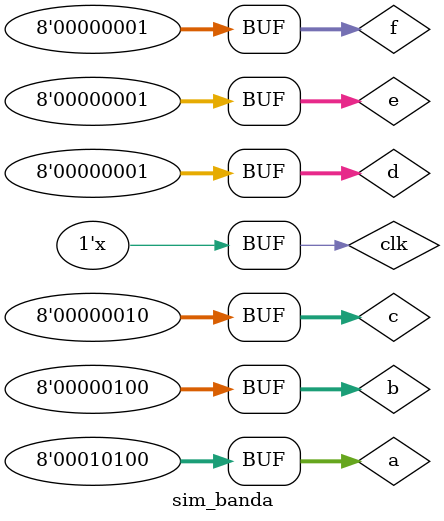
<source format=v>
`timescale 1ns / 1ps


module sim_banda();
reg clk;
reg[7:0] a, b, c, d, e ,f;
wire[7:0] out;

banda uut(clk, a, b, c, d, e, f, out);

always #20 clk = ~clk;

initial
begin
    clk = 0;
    a = 24;
    b = 2;
    c = 2; 
    d = 1;
    e = 1;
    f = 1;
    #40;
    a = 20;
    b = 5;
    c = 12; 
    d = 2;
    e = 20;
    f = 1;
    #40;
    a = 20;
    b = 4;
    c = 2; 
    d = 1;
    e = 1;
    f = 1;  
end

endmodule

</source>
